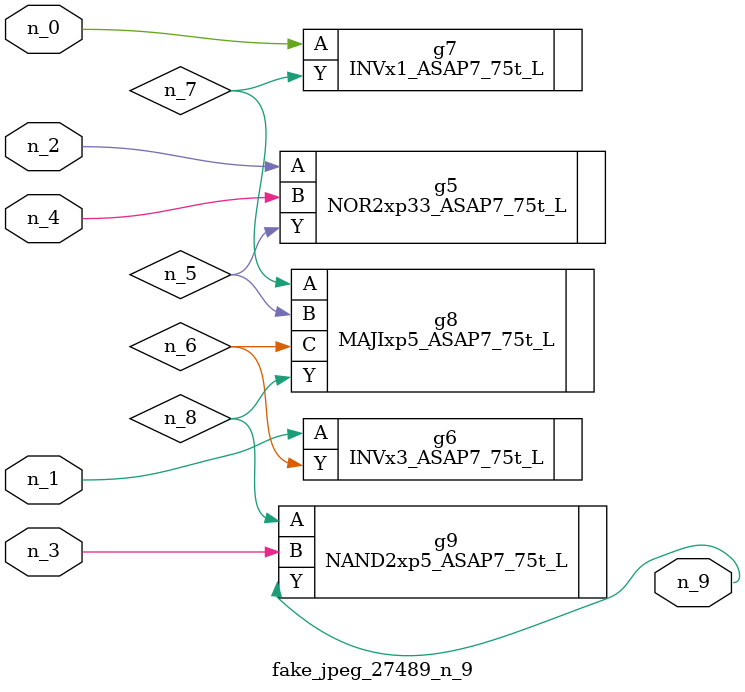
<source format=v>
module fake_jpeg_27489_n_9 (n_3, n_2, n_1, n_0, n_4, n_9);

input n_3;
input n_2;
input n_1;
input n_0;
input n_4;

output n_9;

wire n_8;
wire n_6;
wire n_5;
wire n_7;

NOR2xp33_ASAP7_75t_L g5 ( 
.A(n_2),
.B(n_4),
.Y(n_5)
);

INVx3_ASAP7_75t_L g6 ( 
.A(n_1),
.Y(n_6)
);

INVx1_ASAP7_75t_L g7 ( 
.A(n_0),
.Y(n_7)
);

MAJIxp5_ASAP7_75t_L g8 ( 
.A(n_7),
.B(n_5),
.C(n_6),
.Y(n_8)
);

NAND2xp5_ASAP7_75t_L g9 ( 
.A(n_8),
.B(n_3),
.Y(n_9)
);


endmodule
</source>
